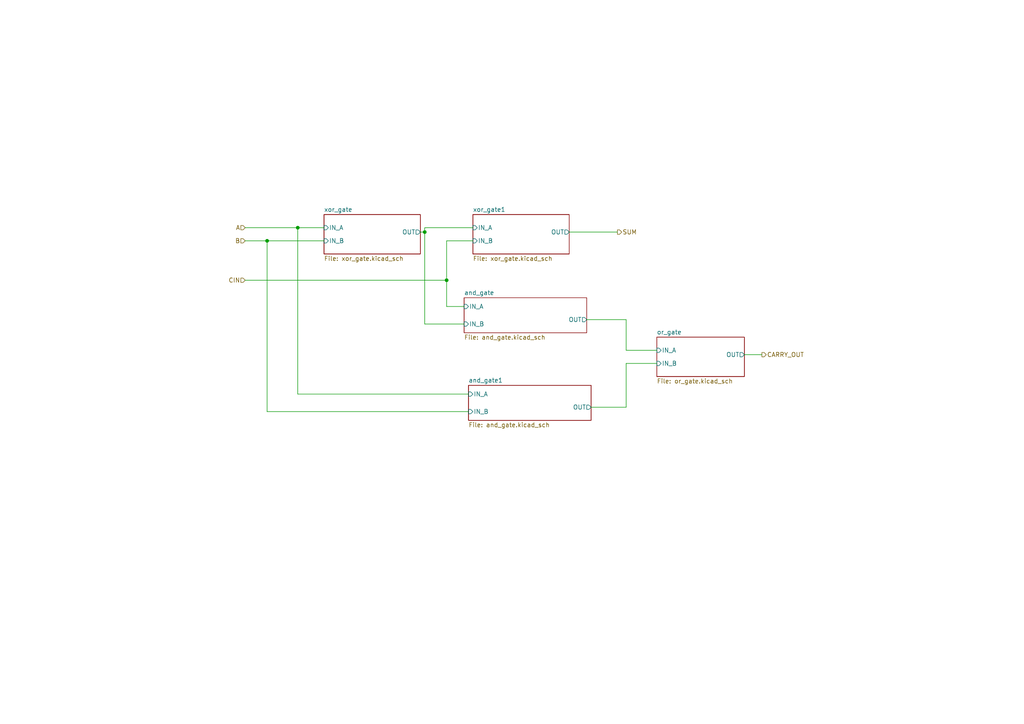
<source format=kicad_sch>
(kicad_sch
	(version 20250114)
	(generator "eeschema")
	(generator_version "9.0")
	(uuid "db9790e8-3f51-47fc-99c7-b81da9410c3f")
	(paper "A4")
	(lib_symbols)
	(junction
		(at 123.19 67.31)
		(diameter 0)
		(color 0 0 0 0)
		(uuid "4607c2f5-de42-4cb6-b65c-2a4887e67eb0")
	)
	(junction
		(at 77.47 69.85)
		(diameter 0)
		(color 0 0 0 0)
		(uuid "4b17d4c8-a54c-47a4-a5ba-210f035608cf")
	)
	(junction
		(at 86.36 66.04)
		(diameter 0)
		(color 0 0 0 0)
		(uuid "89848767-eb92-4934-a9f2-a07bfc8015ed")
	)
	(junction
		(at 129.54 81.28)
		(diameter 0)
		(color 0 0 0 0)
		(uuid "9b5f9f53-13a2-4ccd-a91e-b1720a73eaa4")
	)
	(wire
		(pts
			(xy 123.19 66.04) (xy 137.16 66.04)
		)
		(stroke
			(width 0)
			(type default)
		)
		(uuid "00b510e8-01a3-43c2-9b11-e2ae99cb32ce")
	)
	(wire
		(pts
			(xy 190.5 105.41) (xy 181.61 105.41)
		)
		(stroke
			(width 0)
			(type default)
		)
		(uuid "059277a6-4384-491d-b5cd-62b9a10952b3")
	)
	(wire
		(pts
			(xy 77.47 69.85) (xy 71.12 69.85)
		)
		(stroke
			(width 0)
			(type default)
		)
		(uuid "204ae7b7-3006-44f1-a2af-d181831a55f7")
	)
	(wire
		(pts
			(xy 134.62 93.98) (xy 123.19 93.98)
		)
		(stroke
			(width 0)
			(type default)
		)
		(uuid "23aff124-5192-4f90-8ff4-23d25ff5407d")
	)
	(wire
		(pts
			(xy 190.5 101.6) (xy 181.61 101.6)
		)
		(stroke
			(width 0)
			(type default)
		)
		(uuid "24baca25-81dc-4dea-9f26-f386dc59ef92")
	)
	(wire
		(pts
			(xy 129.54 88.9) (xy 134.62 88.9)
		)
		(stroke
			(width 0)
			(type default)
		)
		(uuid "3a0e0202-4ba4-41f4-a68b-9828f19c9eea")
	)
	(wire
		(pts
			(xy 215.9 102.87) (xy 220.98 102.87)
		)
		(stroke
			(width 0)
			(type default)
		)
		(uuid "3cc2f993-293b-4ead-aabf-899620d71e82")
	)
	(wire
		(pts
			(xy 181.61 105.41) (xy 181.61 118.11)
		)
		(stroke
			(width 0)
			(type default)
		)
		(uuid "5b428075-58e9-4898-9a79-540a43594f55")
	)
	(wire
		(pts
			(xy 181.61 92.71) (xy 170.18 92.71)
		)
		(stroke
			(width 0)
			(type default)
		)
		(uuid "5b555e16-5f47-4a96-be8a-de353687eb8f")
	)
	(wire
		(pts
			(xy 181.61 101.6) (xy 181.61 92.71)
		)
		(stroke
			(width 0)
			(type default)
		)
		(uuid "6d7b1ebf-e1c2-4de7-9457-53c0bb084707")
	)
	(wire
		(pts
			(xy 129.54 69.85) (xy 129.54 81.28)
		)
		(stroke
			(width 0)
			(type default)
		)
		(uuid "7a268967-e8b5-426e-b212-8526538caa59")
	)
	(wire
		(pts
			(xy 137.16 69.85) (xy 129.54 69.85)
		)
		(stroke
			(width 0)
			(type default)
		)
		(uuid "7ffbe669-5290-486e-b79d-c5dab0364af3")
	)
	(wire
		(pts
			(xy 165.1 67.31) (xy 179.07 67.31)
		)
		(stroke
			(width 0)
			(type default)
		)
		(uuid "837dacf5-754d-43fc-9a42-ea83c469fb63")
	)
	(wire
		(pts
			(xy 93.98 69.85) (xy 77.47 69.85)
		)
		(stroke
			(width 0)
			(type default)
		)
		(uuid "961bffb5-6da1-4415-8964-d2bbdb61323d")
	)
	(wire
		(pts
			(xy 123.19 93.98) (xy 123.19 67.31)
		)
		(stroke
			(width 0)
			(type default)
		)
		(uuid "972a2641-e0fb-453a-a28f-a1ff5685dab9")
	)
	(wire
		(pts
			(xy 86.36 66.04) (xy 93.98 66.04)
		)
		(stroke
			(width 0)
			(type default)
		)
		(uuid "ae6c8fa2-8f1e-4338-ab47-ba2b90d07987")
	)
	(wire
		(pts
			(xy 171.45 118.11) (xy 181.61 118.11)
		)
		(stroke
			(width 0)
			(type default)
		)
		(uuid "affb80ca-3c49-42f8-933c-f62405788ede")
	)
	(wire
		(pts
			(xy 71.12 66.04) (xy 86.36 66.04)
		)
		(stroke
			(width 0)
			(type default)
		)
		(uuid "bfffecfe-4d54-4479-873d-9e3829550031")
	)
	(wire
		(pts
			(xy 121.92 67.31) (xy 123.19 67.31)
		)
		(stroke
			(width 0)
			(type default)
		)
		(uuid "d37be057-23cf-447c-857c-8da1a37e308b")
	)
	(wire
		(pts
			(xy 135.89 119.38) (xy 77.47 119.38)
		)
		(stroke
			(width 0)
			(type default)
		)
		(uuid "de7f5daf-da77-4812-96b4-6d70e7a5cc86")
	)
	(wire
		(pts
			(xy 77.47 119.38) (xy 77.47 69.85)
		)
		(stroke
			(width 0)
			(type default)
		)
		(uuid "e2b414dc-95fe-4f48-bb40-52a7569cffd9")
	)
	(wire
		(pts
			(xy 86.36 114.3) (xy 86.36 66.04)
		)
		(stroke
			(width 0)
			(type default)
		)
		(uuid "e7609e88-27eb-4fcc-bb83-6b0048c1d3ac")
	)
	(wire
		(pts
			(xy 71.12 81.28) (xy 129.54 81.28)
		)
		(stroke
			(width 0)
			(type default)
		)
		(uuid "e98785ec-7e85-438c-bf92-d57ae995cfa7")
	)
	(wire
		(pts
			(xy 129.54 81.28) (xy 129.54 88.9)
		)
		(stroke
			(width 0)
			(type default)
		)
		(uuid "ec12bbee-2dfa-46a7-89b3-eab13df75e13")
	)
	(wire
		(pts
			(xy 123.19 67.31) (xy 123.19 66.04)
		)
		(stroke
			(width 0)
			(type default)
		)
		(uuid "f1efa6c5-5c9f-44cd-8fd9-86c77f4eb030")
	)
	(wire
		(pts
			(xy 135.89 114.3) (xy 86.36 114.3)
		)
		(stroke
			(width 0)
			(type default)
		)
		(uuid "f6acb3aa-ffc0-47d4-a32c-e3cfb09d49a2")
	)
	(hierarchical_label "A"
		(shape input)
		(at 71.12 66.04 180)
		(effects
			(font
				(size 1.27 1.27)
			)
			(justify right)
		)
		(uuid "477f3a78-4131-4f96-b183-cb11774e9858")
	)
	(hierarchical_label "CARRY_OUT"
		(shape output)
		(at 220.98 102.87 0)
		(effects
			(font
				(size 1.27 1.27)
			)
			(justify left)
		)
		(uuid "7e9228b2-e05e-42dd-bf83-bdb5cb1a3f1f")
	)
	(hierarchical_label "SUM"
		(shape output)
		(at 179.07 67.31 0)
		(effects
			(font
				(size 1.27 1.27)
			)
			(justify left)
		)
		(uuid "a1d0c129-7784-4698-9523-197c18b356a9")
	)
	(hierarchical_label "B"
		(shape input)
		(at 71.12 69.85 180)
		(effects
			(font
				(size 1.27 1.27)
			)
			(justify right)
		)
		(uuid "a2b37608-c921-4741-aa7f-d6fdaa2604bf")
	)
	(hierarchical_label "CIN"
		(shape input)
		(at 71.12 81.28 180)
		(effects
			(font
				(size 1.27 1.27)
			)
			(justify right)
		)
		(uuid "d86a0bc4-90bd-4516-9675-815071c9722d")
	)
	(sheet
		(at 137.16 62.23)
		(size 27.94 11.43)
		(exclude_from_sim no)
		(in_bom yes)
		(on_board yes)
		(dnp no)
		(fields_autoplaced yes)
		(stroke
			(width 0.1524)
			(type solid)
		)
		(fill
			(color 0 0 0 0.0000)
		)
		(uuid "4987014b-650c-493d-9b68-01a0ea861442")
		(property "Sheetname" "xor_gate1"
			(at 137.16 61.5184 0)
			(effects
				(font
					(size 1.27 1.27)
				)
				(justify left bottom)
			)
		)
		(property "Sheetfile" "xor_gate.kicad_sch"
			(at 137.16 74.2446 0)
			(effects
				(font
					(size 1.27 1.27)
				)
				(justify left top)
			)
		)
		(pin "IN_A" input
			(at 137.16 66.04 180)
			(uuid "e24d7f0c-b0b1-454f-ae0d-3b3350914612")
			(effects
				(font
					(size 1.27 1.27)
				)
				(justify left)
			)
		)
		(pin "IN_B" input
			(at 137.16 69.85 180)
			(uuid "3a572efa-ec58-4805-b279-d2dedf778ee3")
			(effects
				(font
					(size 1.27 1.27)
				)
				(justify left)
			)
		)
		(pin "OUT" output
			(at 165.1 67.31 0)
			(uuid "e8c398fb-5a37-4292-9145-3ddff26134f4")
			(effects
				(font
					(size 1.27 1.27)
				)
				(justify right)
			)
		)
		(instances
			(project "ICD24_FA"
				(path "/b041be17-3693-4432-854e-c071e14fa049/ca11677b-10e0-4873-9630-591117a9d374/4fe7df9f-cba2-4c81-9b59-85fff68b79f6"
					(page "11")
				)
				(path "/b041be17-3693-4432-854e-c071e14fa049/79b0d0a7-c4a7-4cc5-bd2e-f49e97388b8b/4b0e5d75-e61c-4668-a1a2-441db09e49a8/3c41fd50-2b73-4c52-874f-330d013798fd"
					(page "21")
				)
				(path "/b041be17-3693-4432-854e-c071e14fa049/79b0d0a7-c4a7-4cc5-bd2e-f49e97388b8b/4b0e5d75-e61c-4668-a1a2-441db09e49a8/6d8bad77-29ac-466c-857c-c667df03c3cd"
					(page "27")
				)
				(path "/b041be17-3693-4432-854e-c071e14fa049/79b0d0a7-c4a7-4cc5-bd2e-f49e97388b8b/4b0e5d75-e61c-4668-a1a2-441db09e49a8/4e497602-77e3-46a8-88df-a5e3c99bbfcd"
					(page "33")
				)
				(path "/b041be17-3693-4432-854e-c071e14fa049/79b0d0a7-c4a7-4cc5-bd2e-f49e97388b8b/4b0e5d75-e61c-4668-a1a2-441db09e49a8/7fc8dd24-3bbe-4e5e-a858-6d622873c989"
					(page "39")
				)
				(path "/b041be17-3693-4432-854e-c071e14fa049/79b0d0a7-c4a7-4cc5-bd2e-f49e97388b8b/4b0e5d75-e61c-4668-a1a2-441db09e49a8/392cb1ce-1789-40b1-be04-22934b0155ad"
					(page "45")
				)
				(path "/b041be17-3693-4432-854e-c071e14fa049/79b0d0a7-c4a7-4cc5-bd2e-f49e97388b8b/4b0e5d75-e61c-4668-a1a2-441db09e49a8/9a2d3094-8f36-4dac-9564-19712d6bba7d"
					(page "51")
				)
				(path "/b041be17-3693-4432-854e-c071e14fa049/79b0d0a7-c4a7-4cc5-bd2e-f49e97388b8b/4b0e5d75-e61c-4668-a1a2-441db09e49a8/d28fbcba-3fd1-4c72-9463-75236cf6cde3"
					(page "57")
				)
				(path "/b041be17-3693-4432-854e-c071e14fa049/79b0d0a7-c4a7-4cc5-bd2e-f49e97388b8b/4b0e5d75-e61c-4668-a1a2-441db09e49a8/ef7531ef-e2bc-4452-9f69-3143c0cdbbd5"
					(page "63")
				)
				(path "/b041be17-3693-4432-854e-c071e14fa049/af850077-64b1-47dc-8b85-ef279fd6955a/4b0e5d75-e61c-4668-a1a2-441db09e49a8/3c41fd50-2b73-4c52-874f-330d013798fd"
					(page "72")
				)
				(path "/b041be17-3693-4432-854e-c071e14fa049/af850077-64b1-47dc-8b85-ef279fd6955a/4b0e5d75-e61c-4668-a1a2-441db09e49a8/6d8bad77-29ac-466c-857c-c667df03c3cd"
					(page "78")
				)
				(path "/b041be17-3693-4432-854e-c071e14fa049/af850077-64b1-47dc-8b85-ef279fd6955a/4b0e5d75-e61c-4668-a1a2-441db09e49a8/4e497602-77e3-46a8-88df-a5e3c99bbfcd"
					(page "84")
				)
				(path "/b041be17-3693-4432-854e-c071e14fa049/af850077-64b1-47dc-8b85-ef279fd6955a/4b0e5d75-e61c-4668-a1a2-441db09e49a8/7fc8dd24-3bbe-4e5e-a858-6d622873c989"
					(page "90")
				)
				(path "/b041be17-3693-4432-854e-c071e14fa049/af850077-64b1-47dc-8b85-ef279fd6955a/4b0e5d75-e61c-4668-a1a2-441db09e49a8/392cb1ce-1789-40b1-be04-22934b0155ad"
					(page "96")
				)
				(path "/b041be17-3693-4432-854e-c071e14fa049/af850077-64b1-47dc-8b85-ef279fd6955a/4b0e5d75-e61c-4668-a1a2-441db09e49a8/9a2d3094-8f36-4dac-9564-19712d6bba7d"
					(page "102")
				)
				(path "/b041be17-3693-4432-854e-c071e14fa049/af850077-64b1-47dc-8b85-ef279fd6955a/4b0e5d75-e61c-4668-a1a2-441db09e49a8/d28fbcba-3fd1-4c72-9463-75236cf6cde3"
					(page "108")
				)
				(path "/b041be17-3693-4432-854e-c071e14fa049/af850077-64b1-47dc-8b85-ef279fd6955a/4b0e5d75-e61c-4668-a1a2-441db09e49a8/ef7531ef-e2bc-4452-9f69-3143c0cdbbd5"
					(page "114")
				)
				(path "/b041be17-3693-4432-854e-c071e14fa049/01beff3b-2f01-4151-8081-b1aeff0406af/3c41fd50-2b73-4c52-874f-330d013798fd"
					(page "121")
				)
				(path "/b041be17-3693-4432-854e-c071e14fa049/01beff3b-2f01-4151-8081-b1aeff0406af/6d8bad77-29ac-466c-857c-c667df03c3cd"
					(page "127")
				)
				(path "/b041be17-3693-4432-854e-c071e14fa049/01beff3b-2f01-4151-8081-b1aeff0406af/4e497602-77e3-46a8-88df-a5e3c99bbfcd"
					(page "133")
				)
				(path "/b041be17-3693-4432-854e-c071e14fa049/01beff3b-2f01-4151-8081-b1aeff0406af/7fc8dd24-3bbe-4e5e-a858-6d622873c989"
					(page "139")
				)
				(path "/b041be17-3693-4432-854e-c071e14fa049/01beff3b-2f01-4151-8081-b1aeff0406af/392cb1ce-1789-40b1-be04-22934b0155ad"
					(page "145")
				)
				(path "/b041be17-3693-4432-854e-c071e14fa049/01beff3b-2f01-4151-8081-b1aeff0406af/9a2d3094-8f36-4dac-9564-19712d6bba7d"
					(page "151")
				)
				(path "/b041be17-3693-4432-854e-c071e14fa049/01beff3b-2f01-4151-8081-b1aeff0406af/d28fbcba-3fd1-4c72-9463-75236cf6cde3"
					(page "157")
				)
				(path "/b041be17-3693-4432-854e-c071e14fa049/01beff3b-2f01-4151-8081-b1aeff0406af/ef7531ef-e2bc-4452-9f69-3143c0cdbbd5"
					(page "163")
				)
			)
		)
	)
	(sheet
		(at 190.5 97.79)
		(size 25.4 11.43)
		(exclude_from_sim no)
		(in_bom yes)
		(on_board yes)
		(dnp no)
		(fields_autoplaced yes)
		(stroke
			(width 0.1524)
			(type solid)
		)
		(fill
			(color 0 0 0 0.0000)
		)
		(uuid "98a2ef80-1a7e-4730-a2ad-137ca2118e73")
		(property "Sheetname" "or_gate"
			(at 190.5 97.0784 0)
			(effects
				(font
					(size 1.27 1.27)
				)
				(justify left bottom)
			)
		)
		(property "Sheetfile" "or_gate.kicad_sch"
			(at 190.5 109.8046 0)
			(effects
				(font
					(size 1.27 1.27)
				)
				(justify left top)
			)
		)
		(pin "IN_A" input
			(at 190.5 101.6 180)
			(uuid "ced32e9a-4e7d-4bed-8ee1-be5885e5eb86")
			(effects
				(font
					(size 1.27 1.27)
				)
				(justify left)
			)
		)
		(pin "IN_B" input
			(at 190.5 105.41 180)
			(uuid "dc59ab84-cbac-4b09-a5f2-659e042fa0f3")
			(effects
				(font
					(size 1.27 1.27)
				)
				(justify left)
			)
		)
		(pin "OUT" output
			(at 215.9 102.87 0)
			(uuid "03eb4ec4-35a5-4494-a63b-18d995e94e44")
			(effects
				(font
					(size 1.27 1.27)
				)
				(justify right)
			)
		)
		(instances
			(project "ICD24_FA"
				(path "/b041be17-3693-4432-854e-c071e14fa049/ca11677b-10e0-4873-9630-591117a9d374/4fe7df9f-cba2-4c81-9b59-85fff68b79f6"
					(page "14")
				)
				(path "/b041be17-3693-4432-854e-c071e14fa049/79b0d0a7-c4a7-4cc5-bd2e-f49e97388b8b/4b0e5d75-e61c-4668-a1a2-441db09e49a8/3c41fd50-2b73-4c52-874f-330d013798fd"
					(page "19")
				)
				(path "/b041be17-3693-4432-854e-c071e14fa049/79b0d0a7-c4a7-4cc5-bd2e-f49e97388b8b/4b0e5d75-e61c-4668-a1a2-441db09e49a8/6d8bad77-29ac-466c-857c-c667df03c3cd"
					(page "25")
				)
				(path "/b041be17-3693-4432-854e-c071e14fa049/79b0d0a7-c4a7-4cc5-bd2e-f49e97388b8b/4b0e5d75-e61c-4668-a1a2-441db09e49a8/4e497602-77e3-46a8-88df-a5e3c99bbfcd"
					(page "31")
				)
				(path "/b041be17-3693-4432-854e-c071e14fa049/79b0d0a7-c4a7-4cc5-bd2e-f49e97388b8b/4b0e5d75-e61c-4668-a1a2-441db09e49a8/7fc8dd24-3bbe-4e5e-a858-6d622873c989"
					(page "37")
				)
				(path "/b041be17-3693-4432-854e-c071e14fa049/79b0d0a7-c4a7-4cc5-bd2e-f49e97388b8b/4b0e5d75-e61c-4668-a1a2-441db09e49a8/392cb1ce-1789-40b1-be04-22934b0155ad"
					(page "43")
				)
				(path "/b041be17-3693-4432-854e-c071e14fa049/79b0d0a7-c4a7-4cc5-bd2e-f49e97388b8b/4b0e5d75-e61c-4668-a1a2-441db09e49a8/9a2d3094-8f36-4dac-9564-19712d6bba7d"
					(page "49")
				)
				(path "/b041be17-3693-4432-854e-c071e14fa049/79b0d0a7-c4a7-4cc5-bd2e-f49e97388b8b/4b0e5d75-e61c-4668-a1a2-441db09e49a8/d28fbcba-3fd1-4c72-9463-75236cf6cde3"
					(page "55")
				)
				(path "/b041be17-3693-4432-854e-c071e14fa049/79b0d0a7-c4a7-4cc5-bd2e-f49e97388b8b/4b0e5d75-e61c-4668-a1a2-441db09e49a8/ef7531ef-e2bc-4452-9f69-3143c0cdbbd5"
					(page "61")
				)
				(path "/b041be17-3693-4432-854e-c071e14fa049/af850077-64b1-47dc-8b85-ef279fd6955a/4b0e5d75-e61c-4668-a1a2-441db09e49a8/3c41fd50-2b73-4c52-874f-330d013798fd"
					(page "70")
				)
				(path "/b041be17-3693-4432-854e-c071e14fa049/af850077-64b1-47dc-8b85-ef279fd6955a/4b0e5d75-e61c-4668-a1a2-441db09e49a8/6d8bad77-29ac-466c-857c-c667df03c3cd"
					(page "76")
				)
				(path "/b041be17-3693-4432-854e-c071e14fa049/af850077-64b1-47dc-8b85-ef279fd6955a/4b0e5d75-e61c-4668-a1a2-441db09e49a8/4e497602-77e3-46a8-88df-a5e3c99bbfcd"
					(page "82")
				)
				(path "/b041be17-3693-4432-854e-c071e14fa049/af850077-64b1-47dc-8b85-ef279fd6955a/4b0e5d75-e61c-4668-a1a2-441db09e49a8/7fc8dd24-3bbe-4e5e-a858-6d622873c989"
					(page "88")
				)
				(path "/b041be17-3693-4432-854e-c071e14fa049/af850077-64b1-47dc-8b85-ef279fd6955a/4b0e5d75-e61c-4668-a1a2-441db09e49a8/392cb1ce-1789-40b1-be04-22934b0155ad"
					(page "94")
				)
				(path "/b041be17-3693-4432-854e-c071e14fa049/af850077-64b1-47dc-8b85-ef279fd6955a/4b0e5d75-e61c-4668-a1a2-441db09e49a8/9a2d3094-8f36-4dac-9564-19712d6bba7d"
					(page "100")
				)
				(path "/b041be17-3693-4432-854e-c071e14fa049/af850077-64b1-47dc-8b85-ef279fd6955a/4b0e5d75-e61c-4668-a1a2-441db09e49a8/d28fbcba-3fd1-4c72-9463-75236cf6cde3"
					(page "106")
				)
				(path "/b041be17-3693-4432-854e-c071e14fa049/af850077-64b1-47dc-8b85-ef279fd6955a/4b0e5d75-e61c-4668-a1a2-441db09e49a8/ef7531ef-e2bc-4452-9f69-3143c0cdbbd5"
					(page "112")
				)
				(path "/b041be17-3693-4432-854e-c071e14fa049/01beff3b-2f01-4151-8081-b1aeff0406af/3c41fd50-2b73-4c52-874f-330d013798fd"
					(page "119")
				)
				(path "/b041be17-3693-4432-854e-c071e14fa049/01beff3b-2f01-4151-8081-b1aeff0406af/6d8bad77-29ac-466c-857c-c667df03c3cd"
					(page "125")
				)
				(path "/b041be17-3693-4432-854e-c071e14fa049/01beff3b-2f01-4151-8081-b1aeff0406af/4e497602-77e3-46a8-88df-a5e3c99bbfcd"
					(page "131")
				)
				(path "/b041be17-3693-4432-854e-c071e14fa049/01beff3b-2f01-4151-8081-b1aeff0406af/7fc8dd24-3bbe-4e5e-a858-6d622873c989"
					(page "137")
				)
				(path "/b041be17-3693-4432-854e-c071e14fa049/01beff3b-2f01-4151-8081-b1aeff0406af/392cb1ce-1789-40b1-be04-22934b0155ad"
					(page "143")
				)
				(path "/b041be17-3693-4432-854e-c071e14fa049/01beff3b-2f01-4151-8081-b1aeff0406af/9a2d3094-8f36-4dac-9564-19712d6bba7d"
					(page "149")
				)
				(path "/b041be17-3693-4432-854e-c071e14fa049/01beff3b-2f01-4151-8081-b1aeff0406af/d28fbcba-3fd1-4c72-9463-75236cf6cde3"
					(page "155")
				)
				(path "/b041be17-3693-4432-854e-c071e14fa049/01beff3b-2f01-4151-8081-b1aeff0406af/ef7531ef-e2bc-4452-9f69-3143c0cdbbd5"
					(page "161")
				)
			)
		)
	)
	(sheet
		(at 93.98 62.23)
		(size 27.94 11.43)
		(exclude_from_sim no)
		(in_bom yes)
		(on_board yes)
		(dnp no)
		(fields_autoplaced yes)
		(stroke
			(width 0.1524)
			(type solid)
		)
		(fill
			(color 0 0 0 0.0000)
		)
		(uuid "baae8bac-a055-4b4a-a7cf-9b81c7bee0b7")
		(property "Sheetname" "xor_gate"
			(at 93.98 61.5184 0)
			(effects
				(font
					(size 1.27 1.27)
				)
				(justify left bottom)
			)
		)
		(property "Sheetfile" "xor_gate.kicad_sch"
			(at 93.98 74.2446 0)
			(effects
				(font
					(size 1.27 1.27)
				)
				(justify left top)
			)
		)
		(pin "IN_A" input
			(at 93.98 66.04 180)
			(uuid "275ffba8-c77f-471d-ad80-d13ac3a931a4")
			(effects
				(font
					(size 1.27 1.27)
				)
				(justify left)
			)
		)
		(pin "IN_B" input
			(at 93.98 69.85 180)
			(uuid "e38a39ee-c5e8-4fb8-974a-6a61d63ee68d")
			(effects
				(font
					(size 1.27 1.27)
				)
				(justify left)
			)
		)
		(pin "OUT" output
			(at 121.92 67.31 0)
			(uuid "7c620ca6-d7df-483c-8fae-2e8b5c5f1606")
			(effects
				(font
					(size 1.27 1.27)
				)
				(justify right)
			)
		)
		(instances
			(project "ICD24_FA"
				(path "/b041be17-3693-4432-854e-c071e14fa049/ca11677b-10e0-4873-9630-591117a9d374/4fe7df9f-cba2-4c81-9b59-85fff68b79f6"
					(page "10")
				)
				(path "/b041be17-3693-4432-854e-c071e14fa049/79b0d0a7-c4a7-4cc5-bd2e-f49e97388b8b/4b0e5d75-e61c-4668-a1a2-441db09e49a8/3c41fd50-2b73-4c52-874f-330d013798fd"
					(page "20")
				)
				(path "/b041be17-3693-4432-854e-c071e14fa049/79b0d0a7-c4a7-4cc5-bd2e-f49e97388b8b/4b0e5d75-e61c-4668-a1a2-441db09e49a8/6d8bad77-29ac-466c-857c-c667df03c3cd"
					(page "26")
				)
				(path "/b041be17-3693-4432-854e-c071e14fa049/79b0d0a7-c4a7-4cc5-bd2e-f49e97388b8b/4b0e5d75-e61c-4668-a1a2-441db09e49a8/4e497602-77e3-46a8-88df-a5e3c99bbfcd"
					(page "32")
				)
				(path "/b041be17-3693-4432-854e-c071e14fa049/79b0d0a7-c4a7-4cc5-bd2e-f49e97388b8b/4b0e5d75-e61c-4668-a1a2-441db09e49a8/7fc8dd24-3bbe-4e5e-a858-6d622873c989"
					(page "38")
				)
				(path "/b041be17-3693-4432-854e-c071e14fa049/79b0d0a7-c4a7-4cc5-bd2e-f49e97388b8b/4b0e5d75-e61c-4668-a1a2-441db09e49a8/392cb1ce-1789-40b1-be04-22934b0155ad"
					(page "44")
				)
				(path "/b041be17-3693-4432-854e-c071e14fa049/79b0d0a7-c4a7-4cc5-bd2e-f49e97388b8b/4b0e5d75-e61c-4668-a1a2-441db09e49a8/9a2d3094-8f36-4dac-9564-19712d6bba7d"
					(page "50")
				)
				(path "/b041be17-3693-4432-854e-c071e14fa049/79b0d0a7-c4a7-4cc5-bd2e-f49e97388b8b/4b0e5d75-e61c-4668-a1a2-441db09e49a8/d28fbcba-3fd1-4c72-9463-75236cf6cde3"
					(page "56")
				)
				(path "/b041be17-3693-4432-854e-c071e14fa049/79b0d0a7-c4a7-4cc5-bd2e-f49e97388b8b/4b0e5d75-e61c-4668-a1a2-441db09e49a8/ef7531ef-e2bc-4452-9f69-3143c0cdbbd5"
					(page "62")
				)
				(path "/b041be17-3693-4432-854e-c071e14fa049/af850077-64b1-47dc-8b85-ef279fd6955a/4b0e5d75-e61c-4668-a1a2-441db09e49a8/3c41fd50-2b73-4c52-874f-330d013798fd"
					(page "71")
				)
				(path "/b041be17-3693-4432-854e-c071e14fa049/af850077-64b1-47dc-8b85-ef279fd6955a/4b0e5d75-e61c-4668-a1a2-441db09e49a8/6d8bad77-29ac-466c-857c-c667df03c3cd"
					(page "77")
				)
				(path "/b041be17-3693-4432-854e-c071e14fa049/af850077-64b1-47dc-8b85-ef279fd6955a/4b0e5d75-e61c-4668-a1a2-441db09e49a8/4e497602-77e3-46a8-88df-a5e3c99bbfcd"
					(page "83")
				)
				(path "/b041be17-3693-4432-854e-c071e14fa049/af850077-64b1-47dc-8b85-ef279fd6955a/4b0e5d75-e61c-4668-a1a2-441db09e49a8/7fc8dd24-3bbe-4e5e-a858-6d622873c989"
					(page "89")
				)
				(path "/b041be17-3693-4432-854e-c071e14fa049/af850077-64b1-47dc-8b85-ef279fd6955a/4b0e5d75-e61c-4668-a1a2-441db09e49a8/392cb1ce-1789-40b1-be04-22934b0155ad"
					(page "95")
				)
				(path "/b041be17-3693-4432-854e-c071e14fa049/af850077-64b1-47dc-8b85-ef279fd6955a/4b0e5d75-e61c-4668-a1a2-441db09e49a8/9a2d3094-8f36-4dac-9564-19712d6bba7d"
					(page "101")
				)
				(path "/b041be17-3693-4432-854e-c071e14fa049/af850077-64b1-47dc-8b85-ef279fd6955a/4b0e5d75-e61c-4668-a1a2-441db09e49a8/d28fbcba-3fd1-4c72-9463-75236cf6cde3"
					(page "107")
				)
				(path "/b041be17-3693-4432-854e-c071e14fa049/af850077-64b1-47dc-8b85-ef279fd6955a/4b0e5d75-e61c-4668-a1a2-441db09e49a8/ef7531ef-e2bc-4452-9f69-3143c0cdbbd5"
					(page "113")
				)
				(path "/b041be17-3693-4432-854e-c071e14fa049/01beff3b-2f01-4151-8081-b1aeff0406af/3c41fd50-2b73-4c52-874f-330d013798fd"
					(page "120")
				)
				(path "/b041be17-3693-4432-854e-c071e14fa049/01beff3b-2f01-4151-8081-b1aeff0406af/6d8bad77-29ac-466c-857c-c667df03c3cd"
					(page "126")
				)
				(path "/b041be17-3693-4432-854e-c071e14fa049/01beff3b-2f01-4151-8081-b1aeff0406af/4e497602-77e3-46a8-88df-a5e3c99bbfcd"
					(page "132")
				)
				(path "/b041be17-3693-4432-854e-c071e14fa049/01beff3b-2f01-4151-8081-b1aeff0406af/7fc8dd24-3bbe-4e5e-a858-6d622873c989"
					(page "138")
				)
				(path "/b041be17-3693-4432-854e-c071e14fa049/01beff3b-2f01-4151-8081-b1aeff0406af/392cb1ce-1789-40b1-be04-22934b0155ad"
					(page "144")
				)
				(path "/b041be17-3693-4432-854e-c071e14fa049/01beff3b-2f01-4151-8081-b1aeff0406af/9a2d3094-8f36-4dac-9564-19712d6bba7d"
					(page "150")
				)
				(path "/b041be17-3693-4432-854e-c071e14fa049/01beff3b-2f01-4151-8081-b1aeff0406af/d28fbcba-3fd1-4c72-9463-75236cf6cde3"
					(page "156")
				)
				(path "/b041be17-3693-4432-854e-c071e14fa049/01beff3b-2f01-4151-8081-b1aeff0406af/ef7531ef-e2bc-4452-9f69-3143c0cdbbd5"
					(page "162")
				)
			)
		)
	)
	(sheet
		(at 135.89 111.76)
		(size 35.56 10.16)
		(exclude_from_sim no)
		(in_bom yes)
		(on_board yes)
		(dnp no)
		(fields_autoplaced yes)
		(stroke
			(width 0.1524)
			(type solid)
		)
		(fill
			(color 0 0 0 0.0000)
		)
		(uuid "baf08e64-1ac2-4605-8e0a-62616cbdd8ae")
		(property "Sheetname" "and_gate1"
			(at 135.89 111.0484 0)
			(effects
				(font
					(size 1.27 1.27)
				)
				(justify left bottom)
			)
		)
		(property "Sheetfile" "and_gate.kicad_sch"
			(at 135.89 122.5046 0)
			(effects
				(font
					(size 1.27 1.27)
				)
				(justify left top)
			)
		)
		(pin "IN_A" input
			(at 135.89 114.3 180)
			(uuid "ec68eed9-7341-4f66-9cc7-94522667be16")
			(effects
				(font
					(size 1.27 1.27)
				)
				(justify left)
			)
		)
		(pin "IN_B" input
			(at 135.89 119.38 180)
			(uuid "54d710af-2f1e-4ccd-a7e7-f27c82bae4ed")
			(effects
				(font
					(size 1.27 1.27)
				)
				(justify left)
			)
		)
		(pin "OUT" output
			(at 171.45 118.11 0)
			(uuid "bfad7111-5bed-4240-a8e4-1ef02da199ea")
			(effects
				(font
					(size 1.27 1.27)
				)
				(justify right)
			)
		)
		(instances
			(project "ICD24_FA"
				(path "/b041be17-3693-4432-854e-c071e14fa049/ca11677b-10e0-4873-9630-591117a9d374/4fe7df9f-cba2-4c81-9b59-85fff68b79f6"
					(page "13")
				)
				(path "/b041be17-3693-4432-854e-c071e14fa049/79b0d0a7-c4a7-4cc5-bd2e-f49e97388b8b/4b0e5d75-e61c-4668-a1a2-441db09e49a8/3c41fd50-2b73-4c52-874f-330d013798fd"
					(page "22")
				)
				(path "/b041be17-3693-4432-854e-c071e14fa049/79b0d0a7-c4a7-4cc5-bd2e-f49e97388b8b/4b0e5d75-e61c-4668-a1a2-441db09e49a8/6d8bad77-29ac-466c-857c-c667df03c3cd"
					(page "28")
				)
				(path "/b041be17-3693-4432-854e-c071e14fa049/79b0d0a7-c4a7-4cc5-bd2e-f49e97388b8b/4b0e5d75-e61c-4668-a1a2-441db09e49a8/4e497602-77e3-46a8-88df-a5e3c99bbfcd"
					(page "34")
				)
				(path "/b041be17-3693-4432-854e-c071e14fa049/79b0d0a7-c4a7-4cc5-bd2e-f49e97388b8b/4b0e5d75-e61c-4668-a1a2-441db09e49a8/7fc8dd24-3bbe-4e5e-a858-6d622873c989"
					(page "40")
				)
				(path "/b041be17-3693-4432-854e-c071e14fa049/79b0d0a7-c4a7-4cc5-bd2e-f49e97388b8b/4b0e5d75-e61c-4668-a1a2-441db09e49a8/392cb1ce-1789-40b1-be04-22934b0155ad"
					(page "46")
				)
				(path "/b041be17-3693-4432-854e-c071e14fa049/79b0d0a7-c4a7-4cc5-bd2e-f49e97388b8b/4b0e5d75-e61c-4668-a1a2-441db09e49a8/9a2d3094-8f36-4dac-9564-19712d6bba7d"
					(page "52")
				)
				(path "/b041be17-3693-4432-854e-c071e14fa049/79b0d0a7-c4a7-4cc5-bd2e-f49e97388b8b/4b0e5d75-e61c-4668-a1a2-441db09e49a8/d28fbcba-3fd1-4c72-9463-75236cf6cde3"
					(page "58")
				)
				(path "/b041be17-3693-4432-854e-c071e14fa049/79b0d0a7-c4a7-4cc5-bd2e-f49e97388b8b/4b0e5d75-e61c-4668-a1a2-441db09e49a8/ef7531ef-e2bc-4452-9f69-3143c0cdbbd5"
					(page "64")
				)
				(path "/b041be17-3693-4432-854e-c071e14fa049/af850077-64b1-47dc-8b85-ef279fd6955a/4b0e5d75-e61c-4668-a1a2-441db09e49a8/3c41fd50-2b73-4c52-874f-330d013798fd"
					(page "73")
				)
				(path "/b041be17-3693-4432-854e-c071e14fa049/af850077-64b1-47dc-8b85-ef279fd6955a/4b0e5d75-e61c-4668-a1a2-441db09e49a8/6d8bad77-29ac-466c-857c-c667df03c3cd"
					(page "79")
				)
				(path "/b041be17-3693-4432-854e-c071e14fa049/af850077-64b1-47dc-8b85-ef279fd6955a/4b0e5d75-e61c-4668-a1a2-441db09e49a8/4e497602-77e3-46a8-88df-a5e3c99bbfcd"
					(page "85")
				)
				(path "/b041be17-3693-4432-854e-c071e14fa049/af850077-64b1-47dc-8b85-ef279fd6955a/4b0e5d75-e61c-4668-a1a2-441db09e49a8/7fc8dd24-3bbe-4e5e-a858-6d622873c989"
					(page "91")
				)
				(path "/b041be17-3693-4432-854e-c071e14fa049/af850077-64b1-47dc-8b85-ef279fd6955a/4b0e5d75-e61c-4668-a1a2-441db09e49a8/392cb1ce-1789-40b1-be04-22934b0155ad"
					(page "97")
				)
				(path "/b041be17-3693-4432-854e-c071e14fa049/af850077-64b1-47dc-8b85-ef279fd6955a/4b0e5d75-e61c-4668-a1a2-441db09e49a8/9a2d3094-8f36-4dac-9564-19712d6bba7d"
					(page "103")
				)
				(path "/b041be17-3693-4432-854e-c071e14fa049/af850077-64b1-47dc-8b85-ef279fd6955a/4b0e5d75-e61c-4668-a1a2-441db09e49a8/d28fbcba-3fd1-4c72-9463-75236cf6cde3"
					(page "109")
				)
				(path "/b041be17-3693-4432-854e-c071e14fa049/af850077-64b1-47dc-8b85-ef279fd6955a/4b0e5d75-e61c-4668-a1a2-441db09e49a8/ef7531ef-e2bc-4452-9f69-3143c0cdbbd5"
					(page "115")
				)
				(path "/b041be17-3693-4432-854e-c071e14fa049/01beff3b-2f01-4151-8081-b1aeff0406af/3c41fd50-2b73-4c52-874f-330d013798fd"
					(page "122")
				)
				(path "/b041be17-3693-4432-854e-c071e14fa049/01beff3b-2f01-4151-8081-b1aeff0406af/6d8bad77-29ac-466c-857c-c667df03c3cd"
					(page "128")
				)
				(path "/b041be17-3693-4432-854e-c071e14fa049/01beff3b-2f01-4151-8081-b1aeff0406af/4e497602-77e3-46a8-88df-a5e3c99bbfcd"
					(page "134")
				)
				(path "/b041be17-3693-4432-854e-c071e14fa049/01beff3b-2f01-4151-8081-b1aeff0406af/7fc8dd24-3bbe-4e5e-a858-6d622873c989"
					(page "140")
				)
				(path "/b041be17-3693-4432-854e-c071e14fa049/01beff3b-2f01-4151-8081-b1aeff0406af/392cb1ce-1789-40b1-be04-22934b0155ad"
					(page "146")
				)
				(path "/b041be17-3693-4432-854e-c071e14fa049/01beff3b-2f01-4151-8081-b1aeff0406af/9a2d3094-8f36-4dac-9564-19712d6bba7d"
					(page "152")
				)
				(path "/b041be17-3693-4432-854e-c071e14fa049/01beff3b-2f01-4151-8081-b1aeff0406af/d28fbcba-3fd1-4c72-9463-75236cf6cde3"
					(page "158")
				)
				(path "/b041be17-3693-4432-854e-c071e14fa049/01beff3b-2f01-4151-8081-b1aeff0406af/ef7531ef-e2bc-4452-9f69-3143c0cdbbd5"
					(page "164")
				)
			)
		)
	)
	(sheet
		(at 134.62 86.36)
		(size 35.56 10.16)
		(exclude_from_sim no)
		(in_bom yes)
		(on_board yes)
		(dnp no)
		(fields_autoplaced yes)
		(stroke
			(width 0.1524)
			(type solid)
		)
		(fill
			(color 0 0 0 0.0000)
		)
		(uuid "be09045f-5a88-4d87-a403-3c19634801c7")
		(property "Sheetname" "and_gate"
			(at 134.62 85.6484 0)
			(effects
				(font
					(size 1.27 1.27)
				)
				(justify left bottom)
			)
		)
		(property "Sheetfile" "and_gate.kicad_sch"
			(at 134.62 97.1046 0)
			(effects
				(font
					(size 1.27 1.27)
				)
				(justify left top)
			)
		)
		(pin "IN_A" input
			(at 134.62 88.9 180)
			(uuid "51ddd0cf-7f4a-4b30-97c5-bb78296c5e92")
			(effects
				(font
					(size 1.27 1.27)
				)
				(justify left)
			)
		)
		(pin "IN_B" input
			(at 134.62 93.98 180)
			(uuid "4c4eee6b-e304-41a3-aa77-116ae0eb015e")
			(effects
				(font
					(size 1.27 1.27)
				)
				(justify left)
			)
		)
		(pin "OUT" output
			(at 170.18 92.71 0)
			(uuid "275df02c-9d04-4344-9229-8dc7682aca07")
			(effects
				(font
					(size 1.27 1.27)
				)
				(justify right)
			)
		)
		(instances
			(project "ICD24_FA"
				(path "/b041be17-3693-4432-854e-c071e14fa049/ca11677b-10e0-4873-9630-591117a9d374/4fe7df9f-cba2-4c81-9b59-85fff68b79f6"
					(page "12")
				)
				(path "/b041be17-3693-4432-854e-c071e14fa049/79b0d0a7-c4a7-4cc5-bd2e-f49e97388b8b/4b0e5d75-e61c-4668-a1a2-441db09e49a8/3c41fd50-2b73-4c52-874f-330d013798fd"
					(page "23")
				)
				(path "/b041be17-3693-4432-854e-c071e14fa049/79b0d0a7-c4a7-4cc5-bd2e-f49e97388b8b/4b0e5d75-e61c-4668-a1a2-441db09e49a8/6d8bad77-29ac-466c-857c-c667df03c3cd"
					(page "29")
				)
				(path "/b041be17-3693-4432-854e-c071e14fa049/79b0d0a7-c4a7-4cc5-bd2e-f49e97388b8b/4b0e5d75-e61c-4668-a1a2-441db09e49a8/4e497602-77e3-46a8-88df-a5e3c99bbfcd"
					(page "35")
				)
				(path "/b041be17-3693-4432-854e-c071e14fa049/79b0d0a7-c4a7-4cc5-bd2e-f49e97388b8b/4b0e5d75-e61c-4668-a1a2-441db09e49a8/7fc8dd24-3bbe-4e5e-a858-6d622873c989"
					(page "41")
				)
				(path "/b041be17-3693-4432-854e-c071e14fa049/79b0d0a7-c4a7-4cc5-bd2e-f49e97388b8b/4b0e5d75-e61c-4668-a1a2-441db09e49a8/392cb1ce-1789-40b1-be04-22934b0155ad"
					(page "47")
				)
				(path "/b041be17-3693-4432-854e-c071e14fa049/79b0d0a7-c4a7-4cc5-bd2e-f49e97388b8b/4b0e5d75-e61c-4668-a1a2-441db09e49a8/9a2d3094-8f36-4dac-9564-19712d6bba7d"
					(page "53")
				)
				(path "/b041be17-3693-4432-854e-c071e14fa049/79b0d0a7-c4a7-4cc5-bd2e-f49e97388b8b/4b0e5d75-e61c-4668-a1a2-441db09e49a8/d28fbcba-3fd1-4c72-9463-75236cf6cde3"
					(page "59")
				)
				(path "/b041be17-3693-4432-854e-c071e14fa049/79b0d0a7-c4a7-4cc5-bd2e-f49e97388b8b/4b0e5d75-e61c-4668-a1a2-441db09e49a8/ef7531ef-e2bc-4452-9f69-3143c0cdbbd5"
					(page "65")
				)
				(path "/b041be17-3693-4432-854e-c071e14fa049/af850077-64b1-47dc-8b85-ef279fd6955a/4b0e5d75-e61c-4668-a1a2-441db09e49a8/3c41fd50-2b73-4c52-874f-330d013798fd"
					(page "74")
				)
				(path "/b041be17-3693-4432-854e-c071e14fa049/af850077-64b1-47dc-8b85-ef279fd6955a/4b0e5d75-e61c-4668-a1a2-441db09e49a8/6d8bad77-29ac-466c-857c-c667df03c3cd"
					(page "80")
				)
				(path "/b041be17-3693-4432-854e-c071e14fa049/af850077-64b1-47dc-8b85-ef279fd6955a/4b0e5d75-e61c-4668-a1a2-441db09e49a8/4e497602-77e3-46a8-88df-a5e3c99bbfcd"
					(page "86")
				)
				(path "/b041be17-3693-4432-854e-c071e14fa049/af850077-64b1-47dc-8b85-ef279fd6955a/4b0e5d75-e61c-4668-a1a2-441db09e49a8/7fc8dd24-3bbe-4e5e-a858-6d622873c989"
					(page "92")
				)
				(path "/b041be17-3693-4432-854e-c071e14fa049/af850077-64b1-47dc-8b85-ef279fd6955a/4b0e5d75-e61c-4668-a1a2-441db09e49a8/392cb1ce-1789-40b1-be04-22934b0155ad"
					(page "98")
				)
				(path "/b041be17-3693-4432-854e-c071e14fa049/af850077-64b1-47dc-8b85-ef279fd6955a/4b0e5d75-e61c-4668-a1a2-441db09e49a8/9a2d3094-8f36-4dac-9564-19712d6bba7d"
					(page "104")
				)
				(path "/b041be17-3693-4432-854e-c071e14fa049/af850077-64b1-47dc-8b85-ef279fd6955a/4b0e5d75-e61c-4668-a1a2-441db09e49a8/d28fbcba-3fd1-4c72-9463-75236cf6cde3"
					(page "110")
				)
				(path "/b041be17-3693-4432-854e-c071e14fa049/af850077-64b1-47dc-8b85-ef279fd6955a/4b0e5d75-e61c-4668-a1a2-441db09e49a8/ef7531ef-e2bc-4452-9f69-3143c0cdbbd5"
					(page "116")
				)
				(path "/b041be17-3693-4432-854e-c071e14fa049/01beff3b-2f01-4151-8081-b1aeff0406af/3c41fd50-2b73-4c52-874f-330d013798fd"
					(page "123")
				)
				(path "/b041be17-3693-4432-854e-c071e14fa049/01beff3b-2f01-4151-8081-b1aeff0406af/6d8bad77-29ac-466c-857c-c667df03c3cd"
					(page "129")
				)
				(path "/b041be17-3693-4432-854e-c071e14fa049/01beff3b-2f01-4151-8081-b1aeff0406af/4e497602-77e3-46a8-88df-a5e3c99bbfcd"
					(page "135")
				)
				(path "/b041be17-3693-4432-854e-c071e14fa049/01beff3b-2f01-4151-8081-b1aeff0406af/7fc8dd24-3bbe-4e5e-a858-6d622873c989"
					(page "141")
				)
				(path "/b041be17-3693-4432-854e-c071e14fa049/01beff3b-2f01-4151-8081-b1aeff0406af/392cb1ce-1789-40b1-be04-22934b0155ad"
					(page "147")
				)
				(path "/b041be17-3693-4432-854e-c071e14fa049/01beff3b-2f01-4151-8081-b1aeff0406af/9a2d3094-8f36-4dac-9564-19712d6bba7d"
					(page "153")
				)
				(path "/b041be17-3693-4432-854e-c071e14fa049/01beff3b-2f01-4151-8081-b1aeff0406af/d28fbcba-3fd1-4c72-9463-75236cf6cde3"
					(page "159")
				)
				(path "/b041be17-3693-4432-854e-c071e14fa049/01beff3b-2f01-4151-8081-b1aeff0406af/ef7531ef-e2bc-4452-9f69-3143c0cdbbd5"
					(page "165")
				)
			)
		)
	)
)

</source>
